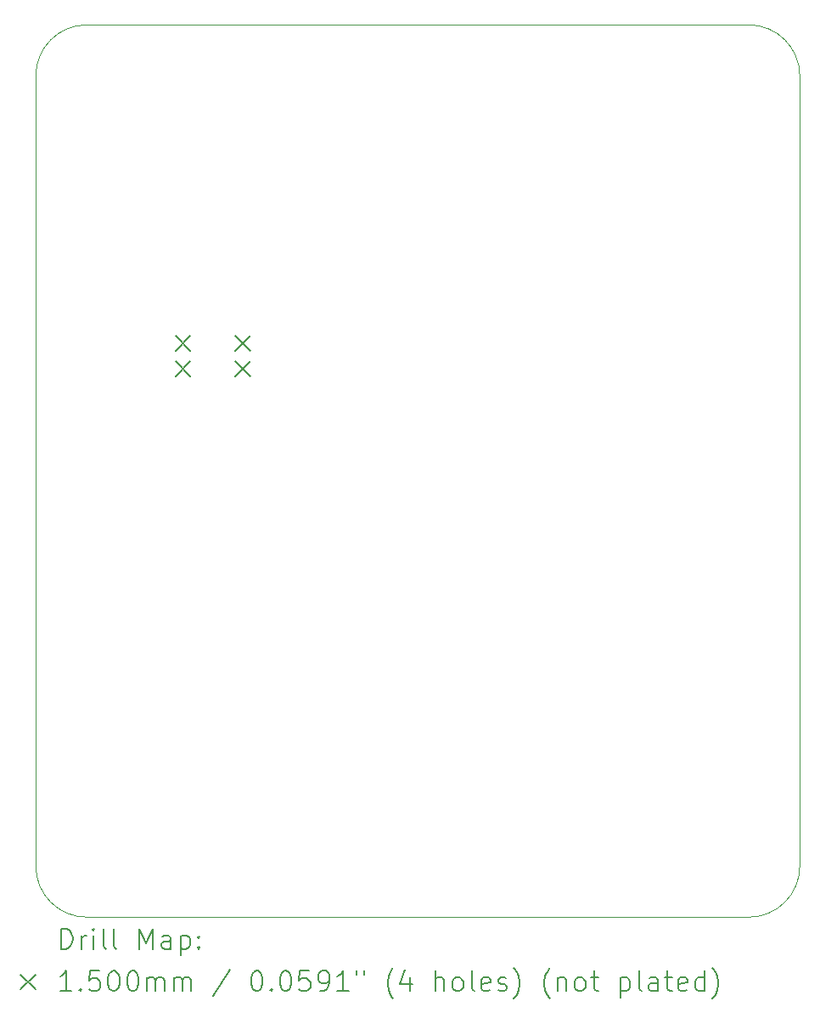
<source format=gbr>
%FSLAX45Y45*%
G04 Gerber Fmt 4.5, Leading zero omitted, Abs format (unit mm)*
G04 Created by KiCad (PCBNEW (6.0.4-163-g7b7e4e1ae5)) date 2022-06-12 19:11:19*
%MOMM*%
%LPD*%
G01*
G04 APERTURE LIST*
%TA.AperFunction,Profile*%
%ADD10C,0.100000*%
%TD*%
%ADD11C,0.200000*%
%ADD12C,0.150000*%
G04 APERTURE END LIST*
D10*
X12192000Y-12954000D02*
X12192000Y-5080000D01*
X12700000Y-4572000D02*
G75*
G03*
X12192000Y-5080000I0J-508000D01*
G01*
X19812000Y-5080000D02*
X19812000Y-12954000D01*
X12192000Y-12954000D02*
G75*
G03*
X12700000Y-13462000I508000J0D01*
G01*
X19304000Y-13462000D02*
X12700000Y-13462000D01*
X19812000Y-5080000D02*
G75*
G03*
X19304000Y-4572000I-508000J0D01*
G01*
X12700000Y-4572000D02*
X19304000Y-4572000D01*
X19304000Y-13462000D02*
G75*
G03*
X19812000Y-12954000I0J508000D01*
G01*
D11*
D12*
X13584000Y-7672000D02*
X13734000Y-7822000D01*
X13734000Y-7672000D02*
X13584000Y-7822000D01*
X13584000Y-7926000D02*
X13734000Y-8076000D01*
X13734000Y-7926000D02*
X13584000Y-8076000D01*
X14184000Y-7672000D02*
X14334000Y-7822000D01*
X14334000Y-7672000D02*
X14184000Y-7822000D01*
X14184000Y-7926000D02*
X14334000Y-8076000D01*
X14334000Y-7926000D02*
X14184000Y-8076000D01*
D11*
X12444619Y-13777476D02*
X12444619Y-13577476D01*
X12492238Y-13577476D01*
X12520809Y-13587000D01*
X12539857Y-13606048D01*
X12549381Y-13625095D01*
X12558905Y-13663190D01*
X12558905Y-13691762D01*
X12549381Y-13729857D01*
X12539857Y-13748905D01*
X12520809Y-13767952D01*
X12492238Y-13777476D01*
X12444619Y-13777476D01*
X12644619Y-13777476D02*
X12644619Y-13644143D01*
X12644619Y-13682238D02*
X12654143Y-13663190D01*
X12663667Y-13653667D01*
X12682714Y-13644143D01*
X12701762Y-13644143D01*
X12768428Y-13777476D02*
X12768428Y-13644143D01*
X12768428Y-13577476D02*
X12758905Y-13587000D01*
X12768428Y-13596524D01*
X12777952Y-13587000D01*
X12768428Y-13577476D01*
X12768428Y-13596524D01*
X12892238Y-13777476D02*
X12873190Y-13767952D01*
X12863667Y-13748905D01*
X12863667Y-13577476D01*
X12997000Y-13777476D02*
X12977952Y-13767952D01*
X12968428Y-13748905D01*
X12968428Y-13577476D01*
X13225571Y-13777476D02*
X13225571Y-13577476D01*
X13292238Y-13720333D01*
X13358905Y-13577476D01*
X13358905Y-13777476D01*
X13539857Y-13777476D02*
X13539857Y-13672714D01*
X13530333Y-13653667D01*
X13511286Y-13644143D01*
X13473190Y-13644143D01*
X13454143Y-13653667D01*
X13539857Y-13767952D02*
X13520809Y-13777476D01*
X13473190Y-13777476D01*
X13454143Y-13767952D01*
X13444619Y-13748905D01*
X13444619Y-13729857D01*
X13454143Y-13710809D01*
X13473190Y-13701286D01*
X13520809Y-13701286D01*
X13539857Y-13691762D01*
X13635095Y-13644143D02*
X13635095Y-13844143D01*
X13635095Y-13653667D02*
X13654143Y-13644143D01*
X13692238Y-13644143D01*
X13711286Y-13653667D01*
X13720809Y-13663190D01*
X13730333Y-13682238D01*
X13730333Y-13739381D01*
X13720809Y-13758428D01*
X13711286Y-13767952D01*
X13692238Y-13777476D01*
X13654143Y-13777476D01*
X13635095Y-13767952D01*
X13816048Y-13758428D02*
X13825571Y-13767952D01*
X13816048Y-13777476D01*
X13806524Y-13767952D01*
X13816048Y-13758428D01*
X13816048Y-13777476D01*
X13816048Y-13653667D02*
X13825571Y-13663190D01*
X13816048Y-13672714D01*
X13806524Y-13663190D01*
X13816048Y-13653667D01*
X13816048Y-13672714D01*
D12*
X12037000Y-14032000D02*
X12187000Y-14182000D01*
X12187000Y-14032000D02*
X12037000Y-14182000D01*
D11*
X12549381Y-14197476D02*
X12435095Y-14197476D01*
X12492238Y-14197476D02*
X12492238Y-13997476D01*
X12473190Y-14026048D01*
X12454143Y-14045095D01*
X12435095Y-14054619D01*
X12635095Y-14178428D02*
X12644619Y-14187952D01*
X12635095Y-14197476D01*
X12625571Y-14187952D01*
X12635095Y-14178428D01*
X12635095Y-14197476D01*
X12825571Y-13997476D02*
X12730333Y-13997476D01*
X12720809Y-14092714D01*
X12730333Y-14083190D01*
X12749381Y-14073667D01*
X12797000Y-14073667D01*
X12816048Y-14083190D01*
X12825571Y-14092714D01*
X12835095Y-14111762D01*
X12835095Y-14159381D01*
X12825571Y-14178428D01*
X12816048Y-14187952D01*
X12797000Y-14197476D01*
X12749381Y-14197476D01*
X12730333Y-14187952D01*
X12720809Y-14178428D01*
X12958905Y-13997476D02*
X12977952Y-13997476D01*
X12997000Y-14007000D01*
X13006524Y-14016524D01*
X13016048Y-14035571D01*
X13025571Y-14073667D01*
X13025571Y-14121286D01*
X13016048Y-14159381D01*
X13006524Y-14178428D01*
X12997000Y-14187952D01*
X12977952Y-14197476D01*
X12958905Y-14197476D01*
X12939857Y-14187952D01*
X12930333Y-14178428D01*
X12920809Y-14159381D01*
X12911286Y-14121286D01*
X12911286Y-14073667D01*
X12920809Y-14035571D01*
X12930333Y-14016524D01*
X12939857Y-14007000D01*
X12958905Y-13997476D01*
X13149381Y-13997476D02*
X13168428Y-13997476D01*
X13187476Y-14007000D01*
X13197000Y-14016524D01*
X13206524Y-14035571D01*
X13216048Y-14073667D01*
X13216048Y-14121286D01*
X13206524Y-14159381D01*
X13197000Y-14178428D01*
X13187476Y-14187952D01*
X13168428Y-14197476D01*
X13149381Y-14197476D01*
X13130333Y-14187952D01*
X13120809Y-14178428D01*
X13111286Y-14159381D01*
X13101762Y-14121286D01*
X13101762Y-14073667D01*
X13111286Y-14035571D01*
X13120809Y-14016524D01*
X13130333Y-14007000D01*
X13149381Y-13997476D01*
X13301762Y-14197476D02*
X13301762Y-14064143D01*
X13301762Y-14083190D02*
X13311286Y-14073667D01*
X13330333Y-14064143D01*
X13358905Y-14064143D01*
X13377952Y-14073667D01*
X13387476Y-14092714D01*
X13387476Y-14197476D01*
X13387476Y-14092714D02*
X13397000Y-14073667D01*
X13416048Y-14064143D01*
X13444619Y-14064143D01*
X13463667Y-14073667D01*
X13473190Y-14092714D01*
X13473190Y-14197476D01*
X13568428Y-14197476D02*
X13568428Y-14064143D01*
X13568428Y-14083190D02*
X13577952Y-14073667D01*
X13597000Y-14064143D01*
X13625571Y-14064143D01*
X13644619Y-14073667D01*
X13654143Y-14092714D01*
X13654143Y-14197476D01*
X13654143Y-14092714D02*
X13663667Y-14073667D01*
X13682714Y-14064143D01*
X13711286Y-14064143D01*
X13730333Y-14073667D01*
X13739857Y-14092714D01*
X13739857Y-14197476D01*
X14130333Y-13987952D02*
X13958905Y-14245095D01*
X14387476Y-13997476D02*
X14406524Y-13997476D01*
X14425571Y-14007000D01*
X14435095Y-14016524D01*
X14444619Y-14035571D01*
X14454143Y-14073667D01*
X14454143Y-14121286D01*
X14444619Y-14159381D01*
X14435095Y-14178428D01*
X14425571Y-14187952D01*
X14406524Y-14197476D01*
X14387476Y-14197476D01*
X14368428Y-14187952D01*
X14358905Y-14178428D01*
X14349381Y-14159381D01*
X14339857Y-14121286D01*
X14339857Y-14073667D01*
X14349381Y-14035571D01*
X14358905Y-14016524D01*
X14368428Y-14007000D01*
X14387476Y-13997476D01*
X14539857Y-14178428D02*
X14549381Y-14187952D01*
X14539857Y-14197476D01*
X14530333Y-14187952D01*
X14539857Y-14178428D01*
X14539857Y-14197476D01*
X14673190Y-13997476D02*
X14692238Y-13997476D01*
X14711286Y-14007000D01*
X14720809Y-14016524D01*
X14730333Y-14035571D01*
X14739857Y-14073667D01*
X14739857Y-14121286D01*
X14730333Y-14159381D01*
X14720809Y-14178428D01*
X14711286Y-14187952D01*
X14692238Y-14197476D01*
X14673190Y-14197476D01*
X14654143Y-14187952D01*
X14644619Y-14178428D01*
X14635095Y-14159381D01*
X14625571Y-14121286D01*
X14625571Y-14073667D01*
X14635095Y-14035571D01*
X14644619Y-14016524D01*
X14654143Y-14007000D01*
X14673190Y-13997476D01*
X14920809Y-13997476D02*
X14825571Y-13997476D01*
X14816048Y-14092714D01*
X14825571Y-14083190D01*
X14844619Y-14073667D01*
X14892238Y-14073667D01*
X14911286Y-14083190D01*
X14920809Y-14092714D01*
X14930333Y-14111762D01*
X14930333Y-14159381D01*
X14920809Y-14178428D01*
X14911286Y-14187952D01*
X14892238Y-14197476D01*
X14844619Y-14197476D01*
X14825571Y-14187952D01*
X14816048Y-14178428D01*
X15025571Y-14197476D02*
X15063667Y-14197476D01*
X15082714Y-14187952D01*
X15092238Y-14178428D01*
X15111286Y-14149857D01*
X15120809Y-14111762D01*
X15120809Y-14035571D01*
X15111286Y-14016524D01*
X15101762Y-14007000D01*
X15082714Y-13997476D01*
X15044619Y-13997476D01*
X15025571Y-14007000D01*
X15016048Y-14016524D01*
X15006524Y-14035571D01*
X15006524Y-14083190D01*
X15016048Y-14102238D01*
X15025571Y-14111762D01*
X15044619Y-14121286D01*
X15082714Y-14121286D01*
X15101762Y-14111762D01*
X15111286Y-14102238D01*
X15120809Y-14083190D01*
X15311286Y-14197476D02*
X15197000Y-14197476D01*
X15254143Y-14197476D02*
X15254143Y-13997476D01*
X15235095Y-14026048D01*
X15216048Y-14045095D01*
X15197000Y-14054619D01*
X15387476Y-13997476D02*
X15387476Y-14035571D01*
X15463667Y-13997476D02*
X15463667Y-14035571D01*
X15758905Y-14273667D02*
X15749381Y-14264143D01*
X15730333Y-14235571D01*
X15720809Y-14216524D01*
X15711286Y-14187952D01*
X15701762Y-14140333D01*
X15701762Y-14102238D01*
X15711286Y-14054619D01*
X15720809Y-14026048D01*
X15730333Y-14007000D01*
X15749381Y-13978428D01*
X15758905Y-13968905D01*
X15920809Y-14064143D02*
X15920809Y-14197476D01*
X15873190Y-13987952D02*
X15825571Y-14130809D01*
X15949381Y-14130809D01*
X16177952Y-14197476D02*
X16177952Y-13997476D01*
X16263667Y-14197476D02*
X16263667Y-14092714D01*
X16254143Y-14073667D01*
X16235095Y-14064143D01*
X16206524Y-14064143D01*
X16187476Y-14073667D01*
X16177952Y-14083190D01*
X16387476Y-14197476D02*
X16368428Y-14187952D01*
X16358905Y-14178428D01*
X16349381Y-14159381D01*
X16349381Y-14102238D01*
X16358905Y-14083190D01*
X16368428Y-14073667D01*
X16387476Y-14064143D01*
X16416048Y-14064143D01*
X16435095Y-14073667D01*
X16444619Y-14083190D01*
X16454143Y-14102238D01*
X16454143Y-14159381D01*
X16444619Y-14178428D01*
X16435095Y-14187952D01*
X16416048Y-14197476D01*
X16387476Y-14197476D01*
X16568428Y-14197476D02*
X16549381Y-14187952D01*
X16539857Y-14168905D01*
X16539857Y-13997476D01*
X16720809Y-14187952D02*
X16701762Y-14197476D01*
X16663667Y-14197476D01*
X16644619Y-14187952D01*
X16635095Y-14168905D01*
X16635095Y-14092714D01*
X16644619Y-14073667D01*
X16663667Y-14064143D01*
X16701762Y-14064143D01*
X16720809Y-14073667D01*
X16730333Y-14092714D01*
X16730333Y-14111762D01*
X16635095Y-14130809D01*
X16806524Y-14187952D02*
X16825571Y-14197476D01*
X16863667Y-14197476D01*
X16882714Y-14187952D01*
X16892238Y-14168905D01*
X16892238Y-14159381D01*
X16882714Y-14140333D01*
X16863667Y-14130809D01*
X16835095Y-14130809D01*
X16816048Y-14121286D01*
X16806524Y-14102238D01*
X16806524Y-14092714D01*
X16816048Y-14073667D01*
X16835095Y-14064143D01*
X16863667Y-14064143D01*
X16882714Y-14073667D01*
X16958905Y-14273667D02*
X16968429Y-14264143D01*
X16987476Y-14235571D01*
X16997000Y-14216524D01*
X17006524Y-14187952D01*
X17016048Y-14140333D01*
X17016048Y-14102238D01*
X17006524Y-14054619D01*
X16997000Y-14026048D01*
X16987476Y-14007000D01*
X16968429Y-13978428D01*
X16958905Y-13968905D01*
X17320810Y-14273667D02*
X17311286Y-14264143D01*
X17292238Y-14235571D01*
X17282714Y-14216524D01*
X17273190Y-14187952D01*
X17263667Y-14140333D01*
X17263667Y-14102238D01*
X17273190Y-14054619D01*
X17282714Y-14026048D01*
X17292238Y-14007000D01*
X17311286Y-13978428D01*
X17320810Y-13968905D01*
X17397000Y-14064143D02*
X17397000Y-14197476D01*
X17397000Y-14083190D02*
X17406524Y-14073667D01*
X17425571Y-14064143D01*
X17454143Y-14064143D01*
X17473190Y-14073667D01*
X17482714Y-14092714D01*
X17482714Y-14197476D01*
X17606524Y-14197476D02*
X17587476Y-14187952D01*
X17577952Y-14178428D01*
X17568429Y-14159381D01*
X17568429Y-14102238D01*
X17577952Y-14083190D01*
X17587476Y-14073667D01*
X17606524Y-14064143D01*
X17635095Y-14064143D01*
X17654143Y-14073667D01*
X17663667Y-14083190D01*
X17673190Y-14102238D01*
X17673190Y-14159381D01*
X17663667Y-14178428D01*
X17654143Y-14187952D01*
X17635095Y-14197476D01*
X17606524Y-14197476D01*
X17730333Y-14064143D02*
X17806524Y-14064143D01*
X17758905Y-13997476D02*
X17758905Y-14168905D01*
X17768429Y-14187952D01*
X17787476Y-14197476D01*
X17806524Y-14197476D01*
X18025571Y-14064143D02*
X18025571Y-14264143D01*
X18025571Y-14073667D02*
X18044619Y-14064143D01*
X18082714Y-14064143D01*
X18101762Y-14073667D01*
X18111286Y-14083190D01*
X18120810Y-14102238D01*
X18120810Y-14159381D01*
X18111286Y-14178428D01*
X18101762Y-14187952D01*
X18082714Y-14197476D01*
X18044619Y-14197476D01*
X18025571Y-14187952D01*
X18235095Y-14197476D02*
X18216048Y-14187952D01*
X18206524Y-14168905D01*
X18206524Y-13997476D01*
X18397000Y-14197476D02*
X18397000Y-14092714D01*
X18387476Y-14073667D01*
X18368429Y-14064143D01*
X18330333Y-14064143D01*
X18311286Y-14073667D01*
X18397000Y-14187952D02*
X18377952Y-14197476D01*
X18330333Y-14197476D01*
X18311286Y-14187952D01*
X18301762Y-14168905D01*
X18301762Y-14149857D01*
X18311286Y-14130809D01*
X18330333Y-14121286D01*
X18377952Y-14121286D01*
X18397000Y-14111762D01*
X18463667Y-14064143D02*
X18539857Y-14064143D01*
X18492238Y-13997476D02*
X18492238Y-14168905D01*
X18501762Y-14187952D01*
X18520810Y-14197476D01*
X18539857Y-14197476D01*
X18682714Y-14187952D02*
X18663667Y-14197476D01*
X18625571Y-14197476D01*
X18606524Y-14187952D01*
X18597000Y-14168905D01*
X18597000Y-14092714D01*
X18606524Y-14073667D01*
X18625571Y-14064143D01*
X18663667Y-14064143D01*
X18682714Y-14073667D01*
X18692238Y-14092714D01*
X18692238Y-14111762D01*
X18597000Y-14130809D01*
X18863667Y-14197476D02*
X18863667Y-13997476D01*
X18863667Y-14187952D02*
X18844619Y-14197476D01*
X18806524Y-14197476D01*
X18787476Y-14187952D01*
X18777952Y-14178428D01*
X18768429Y-14159381D01*
X18768429Y-14102238D01*
X18777952Y-14083190D01*
X18787476Y-14073667D01*
X18806524Y-14064143D01*
X18844619Y-14064143D01*
X18863667Y-14073667D01*
X18939857Y-14273667D02*
X18949381Y-14264143D01*
X18968429Y-14235571D01*
X18977952Y-14216524D01*
X18987476Y-14187952D01*
X18997000Y-14140333D01*
X18997000Y-14102238D01*
X18987476Y-14054619D01*
X18977952Y-14026048D01*
X18968429Y-14007000D01*
X18949381Y-13978428D01*
X18939857Y-13968905D01*
M02*

</source>
